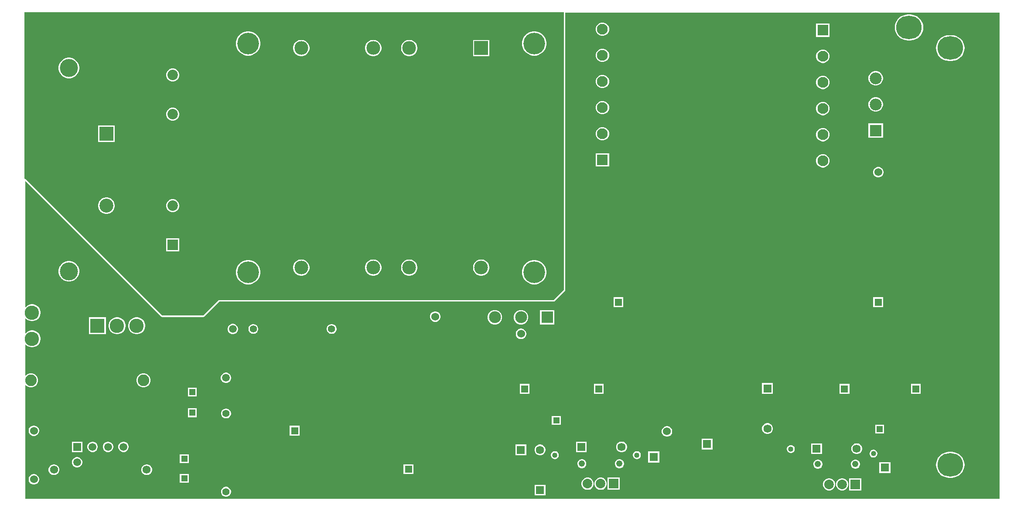
<source format=gtl>
G04*
G04 #@! TF.GenerationSoftware,Altium Limited,Altium Designer,23.3.1 (30)*
G04*
G04 Layer_Physical_Order=1*
G04 Layer_Color=255*
%FSLAX25Y25*%
%MOIN*%
G70*
G04*
G04 #@! TF.SameCoordinates,6D9CB1A0-9692-42E5-B266-BE6C9D8843E2*
G04*
G04*
G04 #@! TF.FilePolarity,Positive*
G04*
G01*
G75*
%ADD61C,0.08268*%
%ADD62R,0.08268X0.08268*%
%ADD63C,0.05543*%
%ADD64O,0.19685X0.17717*%
%ADD65C,0.06496*%
%ADD66R,0.06496X0.06496*%
%ADD67C,0.04000*%
%ADD68C,0.10630*%
%ADD69R,0.10630X0.10630*%
%ADD70C,0.13780*%
%ADD71C,0.06024*%
%ADD72C,0.09095*%
%ADD73R,0.09095X0.09095*%
%ADD74C,0.06260*%
%ADD75R,0.06260X0.06260*%
%ADD76C,0.05512*%
%ADD77R,0.05512X0.05512*%
%ADD78R,0.05512X0.05512*%
%ADD79R,0.06260X0.06260*%
%ADD80C,0.04874*%
%ADD81C,0.07323*%
%ADD82R,0.07323X0.07323*%
%ADD83C,0.04756*%
%ADD84R,0.04756X0.04756*%
%ADD85C,0.16600*%
%ADD86C,0.10500*%
%ADD87R,0.10500X0.10500*%
%ADD88R,0.09095X0.09095*%
%ADD89C,0.08858*%
%ADD90R,0.04756X0.04756*%
%ADD91C,0.10925*%
%ADD92R,0.10925X0.10925*%
%ADD93O,0.27559X0.17717*%
%ADD94R,0.05937X0.05937*%
%ADD95C,0.05937*%
%ADD96R,0.05937X0.05937*%
%ADD97C,0.06181*%
%ADD98C,0.05925*%
%ADD99R,0.05925X0.05925*%
%ADD100R,0.07992X0.07992*%
%ADD101C,0.07992*%
%ADD102C,0.04331*%
G36*
X413386Y161417D02*
X405512Y153543D01*
X149606D01*
X137795Y141732D01*
X106299D01*
X984Y247047D01*
Y374016D01*
X413386D01*
X413386Y161417D01*
D02*
G37*
G36*
X746502Y1529D02*
X1529D01*
Y88418D01*
X2029Y88625D01*
X2736Y87919D01*
X3974Y87204D01*
X5355Y86834D01*
X6785D01*
X8165Y87204D01*
X9403Y87919D01*
X10414Y88929D01*
X11129Y90167D01*
X11499Y91548D01*
Y92978D01*
X11129Y94359D01*
X10414Y95597D01*
X9403Y96607D01*
X8165Y97322D01*
X6785Y97692D01*
X5355D01*
X3974Y97322D01*
X2736Y96607D01*
X2029Y95901D01*
X1529Y96108D01*
Y119402D01*
X2029Y119609D01*
X2718Y118920D01*
X3776Y118213D01*
X4952Y117726D01*
X6201Y117478D01*
X7474D01*
X8723Y117726D01*
X9899Y118213D01*
X10957Y118920D01*
X11857Y119821D01*
X12565Y120879D01*
X13052Y122055D01*
X13300Y123304D01*
Y124577D01*
X13052Y125825D01*
X12565Y127001D01*
X11857Y128060D01*
X10957Y128960D01*
X9899Y129667D01*
X8723Y130155D01*
X7474Y130403D01*
X6201D01*
X4952Y130155D01*
X3776Y129667D01*
X2718Y128960D01*
X2029Y128272D01*
X1529Y128479D01*
Y139402D01*
X2029Y139609D01*
X2718Y138920D01*
X3776Y138213D01*
X4952Y137726D01*
X6201Y137478D01*
X7474D01*
X8723Y137726D01*
X9899Y138213D01*
X10957Y138920D01*
X11857Y139821D01*
X12565Y140879D01*
X13052Y142055D01*
X13300Y143304D01*
Y144577D01*
X13052Y145825D01*
X12565Y147001D01*
X11857Y148060D01*
X10957Y148960D01*
X9899Y149667D01*
X8723Y150154D01*
X7474Y150403D01*
X6201D01*
X4952Y150154D01*
X3776Y149667D01*
X2718Y148960D01*
X2029Y148272D01*
X1529Y148479D01*
Y244407D01*
X1991Y244598D01*
X105578Y141011D01*
X105909Y140790D01*
X106299Y140713D01*
X137795D01*
X138185Y140790D01*
X138516Y141011D01*
X150029Y152524D01*
X405512D01*
X405902Y152601D01*
X406233Y152822D01*
X414107Y160696D01*
X414328Y161027D01*
X414405Y161417D01*
X414405Y373471D01*
X746502D01*
Y1529D01*
D02*
G37*
%LPC*%
G36*
X391614Y359257D02*
X389783D01*
X387986Y358899D01*
X386293Y358198D01*
X384770Y357181D01*
X383475Y355885D01*
X382457Y354362D01*
X381756Y352669D01*
X381398Y350873D01*
Y349041D01*
X381756Y347244D01*
X382457Y345551D01*
X383475Y344028D01*
X384770Y342733D01*
X386293Y341715D01*
X387986Y341014D01*
X389783Y340657D01*
X391614D01*
X393411Y341014D01*
X395104Y341715D01*
X396627Y342733D01*
X397922Y344028D01*
X398940Y345551D01*
X399641Y347244D01*
X399998Y349041D01*
Y350873D01*
X399641Y352669D01*
X398940Y354362D01*
X397922Y355885D01*
X396627Y357181D01*
X395104Y358198D01*
X393411Y358899D01*
X391614Y359257D01*
D02*
G37*
G36*
X172914D02*
X171082D01*
X169286Y358899D01*
X167593Y358198D01*
X166070Y357181D01*
X164775Y355885D01*
X163757Y354362D01*
X163056Y352669D01*
X162698Y350873D01*
Y349041D01*
X163056Y347244D01*
X163757Y345551D01*
X164775Y344028D01*
X166070Y342733D01*
X167593Y341715D01*
X169286Y341014D01*
X171082Y340657D01*
X172914D01*
X174711Y341014D01*
X176404Y341715D01*
X177927Y342733D01*
X179222Y344028D01*
X180240Y345551D01*
X180941Y347244D01*
X181298Y349041D01*
Y350873D01*
X180941Y352669D01*
X180240Y354362D01*
X179222Y355885D01*
X177927Y357181D01*
X176404Y358198D01*
X174711Y358899D01*
X172914Y359257D01*
D02*
G37*
G36*
X356348Y352707D02*
X343848D01*
Y340207D01*
X356348D01*
Y352707D01*
D02*
G37*
G36*
X295714D02*
X294483D01*
X293275Y352467D01*
X292138Y351995D01*
X291114Y351311D01*
X290244Y350441D01*
X289560Y349417D01*
X289089Y348280D01*
X288848Y347072D01*
Y345841D01*
X289089Y344634D01*
X289560Y343496D01*
X290244Y342473D01*
X291114Y341602D01*
X292138Y340918D01*
X293275Y340447D01*
X294483Y340207D01*
X295714D01*
X296921Y340447D01*
X298059Y340918D01*
X299083Y341602D01*
X299953Y342473D01*
X300637Y343496D01*
X301108Y344634D01*
X301348Y345841D01*
Y347072D01*
X301108Y348280D01*
X300637Y349417D01*
X299953Y350441D01*
X299083Y351311D01*
X298059Y351995D01*
X296921Y352467D01*
X295714Y352707D01*
D02*
G37*
G36*
X268214D02*
X266983D01*
X265775Y352467D01*
X264638Y351995D01*
X263614Y351311D01*
X262744Y350441D01*
X262060Y349417D01*
X261589Y348280D01*
X261348Y347072D01*
Y345841D01*
X261589Y344634D01*
X262060Y343496D01*
X262744Y342473D01*
X263614Y341602D01*
X264638Y340918D01*
X265775Y340447D01*
X266983Y340207D01*
X268214D01*
X269422Y340447D01*
X270559Y340918D01*
X271583Y341602D01*
X272453Y342473D01*
X273137Y343496D01*
X273608Y344634D01*
X273848Y345841D01*
Y347072D01*
X273608Y348280D01*
X273137Y349417D01*
X272453Y350441D01*
X271583Y351311D01*
X270559Y351995D01*
X269422Y352467D01*
X268214Y352707D01*
D02*
G37*
G36*
X213214D02*
X211983D01*
X210775Y352467D01*
X209638Y351995D01*
X208614Y351311D01*
X207744Y350441D01*
X207060Y349417D01*
X206589Y348280D01*
X206348Y347072D01*
Y345841D01*
X206589Y344634D01*
X207060Y343496D01*
X207744Y342473D01*
X208614Y341602D01*
X209638Y340918D01*
X210775Y340447D01*
X211983Y340207D01*
X213214D01*
X214422Y340447D01*
X215559Y340918D01*
X216583Y341602D01*
X217453Y342473D01*
X218137Y343496D01*
X218608Y344634D01*
X218848Y345841D01*
Y347072D01*
X218608Y348280D01*
X218137Y349417D01*
X217453Y350441D01*
X216583Y351311D01*
X215559Y351995D01*
X214422Y352467D01*
X213214Y352707D01*
D02*
G37*
G36*
X35766Y339051D02*
X34212D01*
X32687Y338748D01*
X31252Y338153D01*
X29959Y337289D01*
X28860Y336190D01*
X27997Y334898D01*
X27402Y333462D01*
X27099Y331938D01*
Y330384D01*
X27402Y328860D01*
X27997Y327424D01*
X28860Y326132D01*
X29959Y325033D01*
X31252Y324169D01*
X32687Y323574D01*
X34212Y323271D01*
X35766D01*
X37290Y323574D01*
X38726Y324169D01*
X40018Y325033D01*
X41117Y326132D01*
X41981Y327424D01*
X42575Y328860D01*
X42878Y330384D01*
Y331938D01*
X42575Y333462D01*
X41981Y334898D01*
X41117Y336190D01*
X40018Y337289D01*
X38726Y338153D01*
X37290Y338748D01*
X35766Y339051D01*
D02*
G37*
G36*
X114936Y330772D02*
X113620D01*
X112350Y330432D01*
X111210Y329774D01*
X110280Y328844D01*
X109622Y327705D01*
X109282Y326434D01*
Y325118D01*
X109622Y323848D01*
X110280Y322708D01*
X111210Y321778D01*
X112350Y321121D01*
X113620Y320780D01*
X114936D01*
X116206Y321121D01*
X117346Y321778D01*
X118276Y322708D01*
X118934Y323848D01*
X119274Y325118D01*
Y326434D01*
X118934Y327705D01*
X118276Y328844D01*
X117346Y329774D01*
X116206Y330432D01*
X114936Y330772D01*
D02*
G37*
G36*
Y300772D02*
X113620D01*
X112350Y300432D01*
X111210Y299774D01*
X110280Y298844D01*
X109622Y297705D01*
X109282Y296434D01*
Y295118D01*
X109622Y293848D01*
X110280Y292708D01*
X111210Y291778D01*
X112350Y291121D01*
X113620Y290780D01*
X114936D01*
X116206Y291121D01*
X117346Y291778D01*
X118276Y292708D01*
X118934Y293848D01*
X119274Y295118D01*
Y296434D01*
X118934Y297705D01*
X118276Y298844D01*
X117346Y299774D01*
X116206Y300432D01*
X114936Y300772D01*
D02*
G37*
G36*
X70044Y287279D02*
X57414D01*
Y274649D01*
X70044D01*
Y287279D01*
D02*
G37*
G36*
X114936Y230772D02*
X113620D01*
X112350Y230432D01*
X111210Y229774D01*
X110280Y228844D01*
X109622Y227705D01*
X109282Y226434D01*
Y225118D01*
X109622Y223848D01*
X110280Y222708D01*
X111210Y221778D01*
X112350Y221121D01*
X113620Y220780D01*
X114936D01*
X116206Y221121D01*
X117346Y221778D01*
X118276Y222708D01*
X118934Y223848D01*
X119274Y225118D01*
Y226434D01*
X118934Y227705D01*
X118276Y228844D01*
X117346Y229774D01*
X116206Y230432D01*
X114936Y230772D01*
D02*
G37*
G36*
X64351Y232161D02*
X63107D01*
X61887Y231918D01*
X60738Y231442D01*
X59703Y230751D01*
X58824Y229872D01*
X58133Y228837D01*
X57657Y227688D01*
X57414Y226468D01*
Y225224D01*
X57657Y224004D01*
X58133Y222855D01*
X58824Y221820D01*
X59703Y220941D01*
X60738Y220250D01*
X61887Y219774D01*
X63107Y219531D01*
X64351D01*
X65571Y219774D01*
X66720Y220250D01*
X67755Y220941D01*
X68634Y221820D01*
X69325Y222855D01*
X69801Y224004D01*
X70044Y225224D01*
Y226468D01*
X69801Y227688D01*
X69325Y228837D01*
X68634Y229872D01*
X67755Y230751D01*
X66720Y231442D01*
X65571Y231918D01*
X64351Y232161D01*
D02*
G37*
G36*
X119274Y200772D02*
X109282D01*
Y190780D01*
X119274D01*
Y200772D01*
D02*
G37*
G36*
X350714Y184707D02*
X349483D01*
X348275Y184467D01*
X347138Y183995D01*
X346114Y183311D01*
X345244Y182441D01*
X344560Y181417D01*
X344089Y180280D01*
X343848Y179072D01*
Y177841D01*
X344089Y176634D01*
X344560Y175496D01*
X345244Y174473D01*
X346114Y173602D01*
X347138Y172918D01*
X348275Y172447D01*
X349483Y172207D01*
X350714D01*
X351922Y172447D01*
X353059Y172918D01*
X354083Y173602D01*
X354953Y174473D01*
X355637Y175496D01*
X356108Y176634D01*
X356348Y177841D01*
Y179072D01*
X356108Y180280D01*
X355637Y181417D01*
X354953Y182441D01*
X354083Y183311D01*
X353059Y183995D01*
X351922Y184467D01*
X350714Y184707D01*
D02*
G37*
G36*
X295714D02*
X294483D01*
X293275Y184467D01*
X292138Y183995D01*
X291114Y183311D01*
X290244Y182441D01*
X289560Y181417D01*
X289089Y180280D01*
X288848Y179072D01*
Y177841D01*
X289089Y176634D01*
X289560Y175496D01*
X290244Y174473D01*
X291114Y173602D01*
X292138Y172918D01*
X293275Y172447D01*
X294483Y172207D01*
X295714D01*
X296921Y172447D01*
X298059Y172918D01*
X299083Y173602D01*
X299953Y174473D01*
X300637Y175496D01*
X301108Y176634D01*
X301348Y177841D01*
Y179072D01*
X301108Y180280D01*
X300637Y181417D01*
X299953Y182441D01*
X299083Y183311D01*
X298059Y183995D01*
X296921Y184467D01*
X295714Y184707D01*
D02*
G37*
G36*
X268214D02*
X266983D01*
X265775Y184467D01*
X264638Y183995D01*
X263614Y183311D01*
X262744Y182441D01*
X262060Y181417D01*
X261589Y180280D01*
X261348Y179072D01*
Y177841D01*
X261589Y176634D01*
X262060Y175496D01*
X262744Y174473D01*
X263614Y173602D01*
X264638Y172918D01*
X265775Y172447D01*
X266983Y172207D01*
X268214D01*
X269422Y172447D01*
X270559Y172918D01*
X271583Y173602D01*
X272453Y174473D01*
X273137Y175496D01*
X273608Y176634D01*
X273848Y177841D01*
Y179072D01*
X273608Y180280D01*
X273137Y181417D01*
X272453Y182441D01*
X271583Y183311D01*
X270559Y183995D01*
X269422Y184467D01*
X268214Y184707D01*
D02*
G37*
G36*
X213214D02*
X211983D01*
X210775Y184467D01*
X209638Y183995D01*
X208614Y183311D01*
X207744Y182441D01*
X207060Y181417D01*
X206589Y180280D01*
X206348Y179072D01*
Y177841D01*
X206589Y176634D01*
X207060Y175496D01*
X207744Y174473D01*
X208614Y173602D01*
X209638Y172918D01*
X210775Y172447D01*
X211983Y172207D01*
X213214D01*
X214422Y172447D01*
X215559Y172918D01*
X216583Y173602D01*
X217453Y174473D01*
X218137Y175496D01*
X218608Y176634D01*
X218848Y177841D01*
Y179072D01*
X218608Y180280D01*
X218137Y181417D01*
X217453Y182441D01*
X216583Y183311D01*
X215559Y183995D01*
X214422Y184467D01*
X213214Y184707D01*
D02*
G37*
G36*
X391614Y184257D02*
X389783D01*
X387986Y183899D01*
X386293Y183198D01*
X384770Y182181D01*
X383475Y180885D01*
X382457Y179362D01*
X381756Y177669D01*
X381398Y175873D01*
Y174041D01*
X381756Y172244D01*
X382457Y170552D01*
X383475Y169028D01*
X384770Y167733D01*
X386293Y166715D01*
X387986Y166014D01*
X389783Y165657D01*
X391614D01*
X393411Y166014D01*
X395104Y166715D01*
X396627Y167733D01*
X397922Y169028D01*
X398940Y170552D01*
X399641Y172244D01*
X399998Y174041D01*
Y175873D01*
X399641Y177669D01*
X398940Y179362D01*
X397922Y180885D01*
X396627Y182181D01*
X395104Y183198D01*
X393411Y183899D01*
X391614Y184257D01*
D02*
G37*
G36*
X172914D02*
X171082D01*
X169286Y183899D01*
X167593Y183198D01*
X166070Y182181D01*
X164775Y180885D01*
X163757Y179362D01*
X163056Y177669D01*
X162698Y175873D01*
Y174041D01*
X163056Y172244D01*
X163757Y170552D01*
X164775Y169028D01*
X166070Y167733D01*
X167593Y166715D01*
X169286Y166014D01*
X171082Y165657D01*
X172914D01*
X174711Y166014D01*
X176404Y166715D01*
X177927Y167733D01*
X179222Y169028D01*
X180240Y170552D01*
X180941Y172244D01*
X181298Y174041D01*
Y175873D01*
X180941Y177669D01*
X180240Y179362D01*
X179222Y180885D01*
X177927Y182181D01*
X176404Y183198D01*
X174711Y183899D01*
X172914Y184257D01*
D02*
G37*
G36*
X443485Y366025D02*
X442134D01*
X440828Y365676D01*
X439657Y365000D01*
X438701Y364044D01*
X438026Y362873D01*
X437676Y361567D01*
Y360216D01*
X438026Y358910D01*
X438701Y357739D01*
X439657Y356784D01*
X440828Y356108D01*
X442134Y355758D01*
X443485D01*
X444791Y356108D01*
X445962Y356784D01*
X446918Y357739D01*
X447593Y358910D01*
X447943Y360216D01*
Y361567D01*
X447593Y362873D01*
X446918Y364044D01*
X445962Y365000D01*
X444791Y365676D01*
X443485Y366025D01*
D02*
G37*
G36*
X616331Y365315D02*
X606063D01*
Y355047D01*
X616331D01*
Y365315D01*
D02*
G37*
G36*
X678150Y372111D02*
X676181D01*
X674249Y371920D01*
X672390Y371357D01*
X670678Y370441D01*
X669176Y369209D01*
X667945Y367708D01*
X667029Y365996D01*
X666466Y364137D01*
X666275Y362205D01*
X666466Y360272D01*
X667029Y358414D01*
X667945Y356701D01*
X669176Y355200D01*
X670678Y353968D01*
X672390Y353053D01*
X674249Y352489D01*
X676181Y352299D01*
X678150D01*
X680082Y352489D01*
X681940Y353053D01*
X683653Y353968D01*
X685154Y355200D01*
X686386Y356701D01*
X687301Y358414D01*
X687865Y360272D01*
X688056Y362205D01*
X687865Y364137D01*
X687301Y365996D01*
X686386Y367708D01*
X685154Y369209D01*
X683653Y370441D01*
X681940Y371357D01*
X680082Y371920D01*
X678150Y372111D01*
D02*
G37*
G36*
X709646Y356363D02*
X707677D01*
X705745Y356172D01*
X703886Y355609D01*
X702174Y354693D01*
X700673Y353461D01*
X699441Y351960D01*
X698525Y350248D01*
X697962Y348389D01*
X697771Y346457D01*
X697962Y344524D01*
X698525Y342666D01*
X699441Y340953D01*
X700673Y339452D01*
X702174Y338220D01*
X703886Y337305D01*
X705745Y336741D01*
X707677Y336551D01*
X709646D01*
X711578Y336741D01*
X713437Y337305D01*
X715149Y338220D01*
X716650Y339452D01*
X717882Y340953D01*
X718798Y342666D01*
X719361Y344524D01*
X719552Y346457D01*
X719361Y348389D01*
X718798Y350248D01*
X717882Y351960D01*
X716650Y353461D01*
X715149Y354693D01*
X713437Y355609D01*
X711578Y356172D01*
X709646Y356363D01*
D02*
G37*
G36*
X443485Y346025D02*
X442134D01*
X440828Y345676D01*
X439657Y345000D01*
X438701Y344044D01*
X438026Y342873D01*
X437676Y341567D01*
Y340216D01*
X438026Y338910D01*
X438701Y337739D01*
X439657Y336784D01*
X440828Y336108D01*
X442134Y335758D01*
X443485D01*
X444791Y336108D01*
X445962Y336784D01*
X446918Y337739D01*
X447593Y338910D01*
X447943Y340216D01*
Y341567D01*
X447593Y342873D01*
X446918Y344044D01*
X445962Y345000D01*
X444791Y345676D01*
X443485Y346025D01*
D02*
G37*
G36*
X611873Y345315D02*
X610521D01*
X609216Y344965D01*
X608045Y344289D01*
X607089Y343333D01*
X606413Y342163D01*
X606063Y340857D01*
Y339505D01*
X606413Y338199D01*
X607089Y337029D01*
X608045Y336073D01*
X609216Y335397D01*
X610521Y335047D01*
X611873D01*
X613179Y335397D01*
X614349Y336073D01*
X615305Y337029D01*
X615981Y338199D01*
X616331Y339505D01*
Y340857D01*
X615981Y342163D01*
X615305Y343333D01*
X614349Y344289D01*
X613179Y344965D01*
X611873Y345315D01*
D02*
G37*
G36*
X652400Y328840D02*
X650939D01*
X649528Y328462D01*
X648264Y327732D01*
X647231Y326699D01*
X646500Y325434D01*
X646122Y324023D01*
Y322563D01*
X646500Y321152D01*
X647231Y319887D01*
X648264Y318854D01*
X649528Y318124D01*
X650939Y317746D01*
X652400D01*
X653811Y318124D01*
X655076Y318854D01*
X656109Y319887D01*
X656839Y321152D01*
X657217Y322563D01*
Y324023D01*
X656839Y325434D01*
X656109Y326699D01*
X655076Y327732D01*
X653811Y328462D01*
X652400Y328840D01*
D02*
G37*
G36*
X443485Y326025D02*
X442134D01*
X440828Y325676D01*
X439657Y325000D01*
X438701Y324044D01*
X438026Y322873D01*
X437676Y321568D01*
Y320216D01*
X438026Y318910D01*
X438701Y317739D01*
X439657Y316783D01*
X440828Y316108D01*
X442134Y315758D01*
X443485D01*
X444791Y316108D01*
X445962Y316783D01*
X446918Y317739D01*
X447593Y318910D01*
X447943Y320216D01*
Y321568D01*
X447593Y322873D01*
X446918Y324044D01*
X445962Y325000D01*
X444791Y325676D01*
X443485Y326025D01*
D02*
G37*
G36*
X611873Y325315D02*
X610521D01*
X609216Y324965D01*
X608045Y324289D01*
X607089Y323333D01*
X606413Y322163D01*
X606063Y320857D01*
Y319505D01*
X606413Y318199D01*
X607089Y317029D01*
X608045Y316073D01*
X609216Y315397D01*
X610521Y315047D01*
X611873D01*
X613179Y315397D01*
X614349Y316073D01*
X615305Y317029D01*
X615981Y318199D01*
X616331Y319505D01*
Y320857D01*
X615981Y322163D01*
X615305Y323333D01*
X614349Y324289D01*
X613179Y324965D01*
X611873Y325315D01*
D02*
G37*
G36*
X652400Y308840D02*
X650939D01*
X649528Y308462D01*
X648264Y307732D01*
X647231Y306699D01*
X646500Y305434D01*
X646122Y304023D01*
Y302563D01*
X646500Y301152D01*
X647231Y299887D01*
X648264Y298854D01*
X649528Y298124D01*
X650939Y297746D01*
X652400D01*
X653811Y298124D01*
X655076Y298854D01*
X656109Y299887D01*
X656839Y301152D01*
X657217Y302563D01*
Y304023D01*
X656839Y305434D01*
X656109Y306699D01*
X655076Y307732D01*
X653811Y308462D01*
X652400Y308840D01*
D02*
G37*
G36*
X443485Y306025D02*
X442134D01*
X440828Y305676D01*
X439657Y305000D01*
X438701Y304044D01*
X438026Y302873D01*
X437676Y301568D01*
Y300216D01*
X438026Y298910D01*
X438701Y297739D01*
X439657Y296783D01*
X440828Y296108D01*
X442134Y295758D01*
X443485D01*
X444791Y296108D01*
X445962Y296783D01*
X446918Y297739D01*
X447593Y298910D01*
X447943Y300216D01*
Y301568D01*
X447593Y302873D01*
X446918Y304044D01*
X445962Y305000D01*
X444791Y305676D01*
X443485Y306025D01*
D02*
G37*
G36*
X611873Y305315D02*
X610521D01*
X609216Y304965D01*
X608045Y304289D01*
X607089Y303333D01*
X606413Y302163D01*
X606063Y300857D01*
Y299505D01*
X606413Y298199D01*
X607089Y297029D01*
X608045Y296073D01*
X609216Y295397D01*
X610521Y295047D01*
X611873D01*
X613179Y295397D01*
X614349Y296073D01*
X615305Y297029D01*
X615981Y298199D01*
X616331Y299505D01*
Y300857D01*
X615981Y302163D01*
X615305Y303333D01*
X614349Y304289D01*
X613179Y304965D01*
X611873Y305315D01*
D02*
G37*
G36*
X657217Y288840D02*
X646122D01*
Y277746D01*
X657217D01*
Y288840D01*
D02*
G37*
G36*
X443485Y286025D02*
X442134D01*
X440828Y285676D01*
X439657Y285000D01*
X438701Y284044D01*
X438026Y282873D01*
X437676Y281568D01*
Y280216D01*
X438026Y278910D01*
X438701Y277739D01*
X439657Y276783D01*
X440828Y276108D01*
X442134Y275758D01*
X443485D01*
X444791Y276108D01*
X445962Y276783D01*
X446918Y277739D01*
X447593Y278910D01*
X447943Y280216D01*
Y281568D01*
X447593Y282873D01*
X446918Y284044D01*
X445962Y285000D01*
X444791Y285676D01*
X443485Y286025D01*
D02*
G37*
G36*
X611873Y285315D02*
X610521D01*
X609216Y284965D01*
X608045Y284289D01*
X607089Y283333D01*
X606413Y282163D01*
X606063Y280857D01*
Y279505D01*
X606413Y278199D01*
X607089Y277029D01*
X608045Y276073D01*
X609216Y275397D01*
X610521Y275047D01*
X611873D01*
X613179Y275397D01*
X614349Y276073D01*
X615305Y277029D01*
X615981Y278199D01*
X616331Y279505D01*
Y280857D01*
X615981Y282163D01*
X615305Y283333D01*
X614349Y284289D01*
X613179Y284965D01*
X611873Y285315D01*
D02*
G37*
G36*
X447943Y266025D02*
X437676D01*
Y255758D01*
X447943D01*
Y266025D01*
D02*
G37*
G36*
X611873Y265315D02*
X610521D01*
X609216Y264965D01*
X608045Y264289D01*
X607089Y263333D01*
X606413Y262163D01*
X606063Y260857D01*
Y259505D01*
X606413Y258199D01*
X607089Y257029D01*
X608045Y256073D01*
X609216Y255397D01*
X610521Y255047D01*
X611873D01*
X613179Y255397D01*
X614349Y256073D01*
X615305Y257029D01*
X615981Y258199D01*
X616331Y259505D01*
Y260857D01*
X615981Y262163D01*
X615305Y263333D01*
X614349Y264289D01*
X613179Y264965D01*
X611873Y265315D01*
D02*
G37*
G36*
X654168Y255479D02*
X653112D01*
X652092Y255206D01*
X651177Y254678D01*
X650430Y253931D01*
X649902Y253016D01*
X649628Y251995D01*
Y250939D01*
X649902Y249919D01*
X650430Y249004D01*
X651177Y248257D01*
X652092Y247729D01*
X653112Y247455D01*
X654168D01*
X655189Y247729D01*
X656104Y248257D01*
X656850Y249004D01*
X657379Y249919D01*
X657652Y250939D01*
Y251995D01*
X657379Y253016D01*
X656850Y253931D01*
X656104Y254678D01*
X655189Y255206D01*
X654168Y255479D01*
D02*
G37*
G36*
X35766Y183539D02*
X34212D01*
X32687Y183236D01*
X31252Y182641D01*
X29959Y181778D01*
X28860Y180679D01*
X27997Y179386D01*
X27402Y177951D01*
X27099Y176426D01*
Y174872D01*
X27402Y173348D01*
X27997Y171912D01*
X28860Y170620D01*
X29959Y169521D01*
X31252Y168657D01*
X32687Y168063D01*
X34212Y167759D01*
X35766D01*
X37290Y168063D01*
X38726Y168657D01*
X40018Y169521D01*
X41117Y170620D01*
X41981Y171912D01*
X42575Y173348D01*
X42878Y174872D01*
Y176426D01*
X42575Y177951D01*
X41981Y179386D01*
X41117Y180679D01*
X40018Y181778D01*
X38726Y182641D01*
X37290Y183236D01*
X35766Y183539D01*
D02*
G37*
G36*
X657299Y155725D02*
X649787D01*
Y148214D01*
X657299D01*
Y155725D01*
D02*
G37*
G36*
X458705D02*
X451193D01*
Y148214D01*
X458705D01*
Y155725D01*
D02*
G37*
G36*
X315541Y144937D02*
X314485D01*
X313464Y144664D01*
X312549Y144136D01*
X311803Y143389D01*
X311274Y142474D01*
X311001Y141454D01*
Y140397D01*
X311274Y139377D01*
X311803Y138462D01*
X312549Y137715D01*
X313464Y137187D01*
X314485Y136914D01*
X315541D01*
X316561Y137187D01*
X317476Y137715D01*
X318223Y138462D01*
X318751Y139377D01*
X319024Y140397D01*
Y141454D01*
X318751Y142474D01*
X318223Y143389D01*
X317476Y144136D01*
X316561Y144664D01*
X315541Y144937D01*
D02*
G37*
G36*
X406109Y146020D02*
X395014D01*
Y134926D01*
X406109D01*
Y146020D01*
D02*
G37*
G36*
X381292D02*
X379831D01*
X378420Y145642D01*
X377155Y144912D01*
X376122Y143879D01*
X375392Y142614D01*
X375014Y141203D01*
Y139743D01*
X375392Y138332D01*
X376122Y137067D01*
X377155Y136034D01*
X378420Y135304D01*
X379831Y134926D01*
X381292D01*
X382702Y135304D01*
X383967Y136034D01*
X385000Y137067D01*
X385731Y138332D01*
X386109Y139743D01*
Y141203D01*
X385731Y142614D01*
X385000Y143879D01*
X383967Y144912D01*
X382702Y145642D01*
X381292Y146020D01*
D02*
G37*
G36*
X361292D02*
X359831D01*
X358420Y145642D01*
X357155Y144912D01*
X356122Y143879D01*
X355392Y142614D01*
X355014Y141203D01*
Y139743D01*
X355392Y138332D01*
X356122Y137067D01*
X357155Y136034D01*
X358420Y135304D01*
X359831Y134926D01*
X361292D01*
X362702Y135304D01*
X363967Y136034D01*
X365000Y137067D01*
X365731Y138332D01*
X366109Y139743D01*
Y141203D01*
X365731Y142614D01*
X365000Y143879D01*
X363967Y144912D01*
X362702Y145642D01*
X361292Y146020D01*
D02*
G37*
G36*
X236335Y135294D02*
X235342D01*
X234382Y135037D01*
X233522Y134540D01*
X232820Y133838D01*
X232324Y132978D01*
X232066Y132019D01*
Y131026D01*
X232324Y130067D01*
X232820Y129206D01*
X233522Y128504D01*
X234382Y128008D01*
X235342Y127751D01*
X236335D01*
X237294Y128008D01*
X238154Y128504D01*
X238856Y129206D01*
X239353Y130067D01*
X239610Y131026D01*
Y132019D01*
X239353Y132978D01*
X238856Y133838D01*
X238154Y134540D01*
X237294Y135037D01*
X236335Y135294D01*
D02*
G37*
G36*
X176492D02*
X175499D01*
X174540Y135037D01*
X173680Y134540D01*
X172978Y133838D01*
X172481Y132978D01*
X172224Y132019D01*
Y131026D01*
X172481Y130067D01*
X172978Y129206D01*
X173680Y128504D01*
X174540Y128008D01*
X175499Y127751D01*
X176492D01*
X177451Y128008D01*
X178312Y128504D01*
X179014Y129206D01*
X179510Y130067D01*
X179767Y131026D01*
Y132019D01*
X179510Y132978D01*
X179014Y133838D01*
X178312Y134540D01*
X177451Y135037D01*
X176492Y135294D01*
D02*
G37*
G36*
X87474Y140403D02*
X86201D01*
X84952Y140155D01*
X83776Y139667D01*
X82718Y138960D01*
X81818Y138060D01*
X81110Y137001D01*
X80623Y135825D01*
X80375Y134577D01*
Y133304D01*
X80623Y132055D01*
X81110Y130879D01*
X81818Y129821D01*
X82718Y128920D01*
X83776Y128213D01*
X84952Y127726D01*
X86201Y127478D01*
X87474D01*
X88723Y127726D01*
X89899Y128213D01*
X90957Y128920D01*
X91857Y129821D01*
X92565Y130879D01*
X93052Y132055D01*
X93300Y133304D01*
Y134577D01*
X93052Y135825D01*
X92565Y137001D01*
X91857Y138060D01*
X90957Y138960D01*
X89899Y139667D01*
X88723Y140155D01*
X87474Y140403D01*
D02*
G37*
G36*
X72474D02*
X71201D01*
X69952Y140155D01*
X68776Y139667D01*
X67718Y138960D01*
X66818Y138060D01*
X66110Y137001D01*
X65623Y135825D01*
X65375Y134577D01*
Y133304D01*
X65623Y132055D01*
X66110Y130879D01*
X66818Y129821D01*
X67718Y128920D01*
X68776Y128213D01*
X69952Y127726D01*
X71201Y127478D01*
X72474D01*
X73723Y127726D01*
X74899Y128213D01*
X75957Y128920D01*
X76857Y129821D01*
X77565Y130879D01*
X78052Y132055D01*
X78300Y133304D01*
Y134577D01*
X78052Y135825D01*
X77565Y137001D01*
X76857Y138060D01*
X75957Y138960D01*
X74899Y139667D01*
X73723Y140155D01*
X72474Y140403D01*
D02*
G37*
G36*
X63300D02*
X50375D01*
Y127478D01*
X63300D01*
Y140403D01*
D02*
G37*
G36*
X160813Y135384D02*
X159768D01*
X158759Y135114D01*
X157854Y134591D01*
X157115Y133853D01*
X156592Y132948D01*
X156322Y131938D01*
Y130893D01*
X156592Y129884D01*
X157115Y128979D01*
X157854Y128240D01*
X158759Y127718D01*
X159768Y127447D01*
X160813D01*
X161822Y127718D01*
X162727Y128240D01*
X163466Y128979D01*
X163988Y129884D01*
X164259Y130893D01*
Y131938D01*
X163988Y132948D01*
X163466Y133853D01*
X162727Y134591D01*
X161822Y135114D01*
X160813Y135384D01*
D02*
G37*
G36*
X381096Y131791D02*
X380040D01*
X379019Y131517D01*
X378104Y130989D01*
X377357Y130242D01*
X376829Y129327D01*
X376556Y128307D01*
Y127251D01*
X376829Y126230D01*
X377357Y125315D01*
X378104Y124569D01*
X379019Y124040D01*
X380040Y123767D01*
X381096D01*
X382116Y124040D01*
X383031Y124569D01*
X383778Y125315D01*
X384306Y126230D01*
X384579Y127251D01*
Y128307D01*
X384306Y129327D01*
X383778Y130242D01*
X383031Y130989D01*
X382116Y131517D01*
X381096Y131791D01*
D02*
G37*
G36*
X155571Y98063D02*
X154526D01*
X153516Y97792D01*
X152611Y97270D01*
X151873Y96531D01*
X151350Y95626D01*
X151080Y94617D01*
Y93572D01*
X151350Y92562D01*
X151873Y91657D01*
X152611Y90918D01*
X153516Y90396D01*
X154526Y90126D01*
X155571D01*
X156580Y90396D01*
X157485Y90918D01*
X158224Y91657D01*
X158746Y92562D01*
X159017Y93572D01*
Y94617D01*
X158746Y95626D01*
X158224Y96531D01*
X157485Y97270D01*
X156580Y97792D01*
X155571Y98063D01*
D02*
G37*
G36*
X92769Y97692D02*
X91339D01*
X89958Y97322D01*
X88720Y96607D01*
X87710Y95597D01*
X86995Y94359D01*
X86625Y92978D01*
Y91548D01*
X86995Y90167D01*
X87710Y88929D01*
X88720Y87919D01*
X89958Y87204D01*
X91339Y86834D01*
X92769D01*
X94150Y87204D01*
X95388Y87919D01*
X96398Y88929D01*
X97113Y90167D01*
X97483Y91548D01*
Y92978D01*
X97113Y94359D01*
X96398Y95597D01*
X95388Y96607D01*
X94150Y97322D01*
X92769Y97692D01*
D02*
G37*
G36*
X573082Y90177D02*
X564823D01*
Y81917D01*
X573082D01*
Y90177D01*
D02*
G37*
G36*
X686097Y89397D02*
X678585D01*
Y81885D01*
X686097D01*
Y89397D01*
D02*
G37*
G36*
X631561D02*
X624050D01*
Y81885D01*
X631561D01*
Y89397D01*
D02*
G37*
G36*
X443794D02*
X436283D01*
Y81885D01*
X443794D01*
Y89397D01*
D02*
G37*
G36*
X387153D02*
X379641D01*
Y81885D01*
X387153D01*
Y89397D01*
D02*
G37*
G36*
X132784Y86509D02*
X126028D01*
Y79753D01*
X132784D01*
Y86509D01*
D02*
G37*
G36*
X132704Y70789D02*
X125949D01*
Y64033D01*
X132704D01*
Y70789D01*
D02*
G37*
G36*
X155598Y70618D02*
X154605D01*
X153646Y70361D01*
X152786Y69864D01*
X152083Y69162D01*
X151587Y68302D01*
X151330Y67343D01*
Y66350D01*
X151587Y65391D01*
X152083Y64531D01*
X152786Y63828D01*
X153646Y63332D01*
X154605Y63075D01*
X155598D01*
X156557Y63332D01*
X157417Y63828D01*
X158119Y64531D01*
X158616Y65391D01*
X158873Y66350D01*
Y67343D01*
X158616Y68302D01*
X158119Y69162D01*
X157417Y69864D01*
X156557Y70361D01*
X155598Y70618D01*
D02*
G37*
G36*
X410928Y64974D02*
X404172D01*
Y58218D01*
X410928D01*
Y64974D01*
D02*
G37*
G36*
X658029Y58321D02*
X651273D01*
Y51565D01*
X658029D01*
Y58321D01*
D02*
G37*
G36*
X569496Y59433D02*
X568409D01*
X567358Y59152D01*
X566417Y58608D01*
X565648Y57839D01*
X565104Y56897D01*
X564823Y55847D01*
Y54760D01*
X565104Y53709D01*
X565648Y52767D01*
X566417Y51998D01*
X567358Y51455D01*
X568409Y51173D01*
X569496D01*
X570547Y51455D01*
X571488Y51998D01*
X572257Y52767D01*
X572801Y53709D01*
X573082Y54760D01*
Y55847D01*
X572801Y56897D01*
X572257Y57839D01*
X571488Y58608D01*
X570547Y59152D01*
X569496Y59433D01*
D02*
G37*
G36*
X211348Y57443D02*
X203836D01*
Y49931D01*
X211348D01*
Y57443D01*
D02*
G37*
G36*
X8720Y57610D02*
X7664D01*
X6644Y57337D01*
X5729Y56809D01*
X4982Y56062D01*
X4454Y55147D01*
X4180Y54127D01*
Y53070D01*
X4454Y52050D01*
X4982Y51135D01*
X5729Y50388D01*
X6644Y49860D01*
X7664Y49587D01*
X8720D01*
X9741Y49860D01*
X10655Y50388D01*
X11402Y51135D01*
X11930Y52050D01*
X12204Y53070D01*
Y54127D01*
X11930Y55147D01*
X11402Y56062D01*
X10655Y56809D01*
X9741Y57337D01*
X8720Y57610D01*
D02*
G37*
G36*
X492654Y57161D02*
X491598D01*
X490578Y56888D01*
X489663Y56360D01*
X488916Y55613D01*
X488388Y54698D01*
X488114Y53678D01*
Y52621D01*
X488388Y51601D01*
X488916Y50686D01*
X489663Y49939D01*
X490578Y49411D01*
X491598Y49138D01*
X492654D01*
X493675Y49411D01*
X494589Y49939D01*
X495336Y50686D01*
X495864Y51601D01*
X496138Y52621D01*
Y53678D01*
X495864Y54698D01*
X495336Y55613D01*
X494589Y56360D01*
X493675Y56888D01*
X492654Y57161D01*
D02*
G37*
G36*
X526925Y47570D02*
X518665D01*
Y39310D01*
X526925D01*
Y47570D01*
D02*
G37*
G36*
X77245Y45305D02*
X76202D01*
X75194Y45035D01*
X74291Y44513D01*
X73553Y43775D01*
X73031Y42872D01*
X72761Y41864D01*
Y40821D01*
X73031Y39813D01*
X73553Y38909D01*
X74291Y38171D01*
X75194Y37650D01*
X76202Y37380D01*
X77245D01*
X78253Y37650D01*
X79157Y38171D01*
X79895Y38909D01*
X80416Y39813D01*
X80686Y40821D01*
Y41864D01*
X80416Y42872D01*
X79895Y43775D01*
X79157Y44513D01*
X78253Y45035D01*
X77245Y45305D01*
D02*
G37*
G36*
X65434D02*
X64391D01*
X63383Y45035D01*
X62480Y44513D01*
X61742Y43775D01*
X61220Y42872D01*
X60950Y41864D01*
Y40821D01*
X61220Y39813D01*
X61742Y38909D01*
X62480Y38171D01*
X63383Y37650D01*
X64391Y37380D01*
X65434D01*
X66442Y37650D01*
X67346Y38171D01*
X68084Y38909D01*
X68605Y39813D01*
X68875Y40821D01*
Y41864D01*
X68605Y42872D01*
X68084Y43775D01*
X67346Y44513D01*
X66442Y45035D01*
X65434Y45305D01*
D02*
G37*
G36*
X53623D02*
X52580D01*
X51572Y45035D01*
X50669Y44513D01*
X49931Y43775D01*
X49409Y42872D01*
X49139Y41864D01*
Y40821D01*
X49409Y39813D01*
X49931Y38909D01*
X50669Y38171D01*
X51572Y37650D01*
X52580Y37380D01*
X53623D01*
X54631Y37650D01*
X55535Y38171D01*
X56273Y38909D01*
X56794Y39813D01*
X57064Y40821D01*
Y41864D01*
X56794Y42872D01*
X56273Y43775D01*
X55535Y44513D01*
X54631Y45035D01*
X53623Y45305D01*
D02*
G37*
G36*
X45253D02*
X37328D01*
Y37380D01*
X45253D01*
Y45305D01*
D02*
G37*
G36*
X457970Y45366D02*
X456883D01*
X455832Y45084D01*
X454891Y44541D01*
X454122Y43772D01*
X453578Y42830D01*
X453297Y41780D01*
Y40692D01*
X453578Y39642D01*
X454122Y38700D01*
X454891Y37931D01*
X455832Y37387D01*
X456883Y37106D01*
X457970D01*
X459021Y37387D01*
X459962Y37931D01*
X460731Y38700D01*
X461275Y39642D01*
X461556Y40692D01*
Y41780D01*
X461275Y42830D01*
X460731Y43772D01*
X459962Y44541D01*
X459021Y45084D01*
X457970Y45366D01*
D02*
G37*
G36*
X430812D02*
X422552D01*
Y37106D01*
X430812D01*
Y45366D01*
D02*
G37*
G36*
X587191Y42633D02*
X586402D01*
X585639Y42429D01*
X584955Y42034D01*
X584396Y41475D01*
X584001Y40791D01*
X583797Y40028D01*
Y39238D01*
X584001Y38475D01*
X584396Y37791D01*
X584955Y37233D01*
X585639Y36838D01*
X586402Y36633D01*
X587191D01*
X587955Y36838D01*
X588639Y37233D01*
X589197Y37791D01*
X589592Y38475D01*
X589797Y39238D01*
Y40028D01*
X589592Y40791D01*
X589197Y41475D01*
X588639Y42034D01*
X587955Y42429D01*
X587191Y42633D01*
D02*
G37*
G36*
X637717Y44035D02*
X636630D01*
X635579Y43753D01*
X634638Y43209D01*
X633869Y42441D01*
X633325Y41499D01*
X633044Y40448D01*
Y39361D01*
X633325Y38311D01*
X633869Y37369D01*
X634638Y36600D01*
X635579Y36056D01*
X636630Y35775D01*
X637717D01*
X638768Y36056D01*
X639709Y36600D01*
X640478Y37369D01*
X641022Y38311D01*
X641303Y39361D01*
Y40448D01*
X641022Y41499D01*
X640478Y42441D01*
X639709Y43209D01*
X638768Y43753D01*
X637717Y44035D01*
D02*
G37*
G36*
X610559D02*
X602299D01*
Y35775D01*
X610559D01*
Y44035D01*
D02*
G37*
G36*
X395638Y43114D02*
X394550D01*
X393500Y42832D01*
X392558Y42289D01*
X391789Y41520D01*
X391246Y40578D01*
X390964Y39528D01*
Y38440D01*
X391246Y37390D01*
X391789Y36448D01*
X392558Y35679D01*
X393500Y35135D01*
X394550Y34854D01*
X395638D01*
X396688Y35135D01*
X397630Y35679D01*
X398399Y36448D01*
X398942Y37390D01*
X399224Y38440D01*
Y39528D01*
X398942Y40578D01*
X398399Y41520D01*
X397630Y42289D01*
X396688Y42832D01*
X395638Y43114D01*
D02*
G37*
G36*
X384627Y43114D02*
X376367D01*
Y34854D01*
X384627D01*
Y43114D01*
D02*
G37*
G36*
X650367Y39170D02*
X649577D01*
X648814Y38966D01*
X648130Y38571D01*
X647572Y38012D01*
X647177Y37328D01*
X646972Y36565D01*
Y35775D01*
X647177Y35012D01*
X647572Y34328D01*
X648130Y33770D01*
X648814Y33375D01*
X649577Y33170D01*
X650367D01*
X651130Y33375D01*
X651814Y33770D01*
X652373Y34328D01*
X652768Y35012D01*
X652972Y35775D01*
Y36565D01*
X652768Y37328D01*
X652373Y38012D01*
X651814Y38571D01*
X651130Y38966D01*
X650367Y39170D01*
D02*
G37*
G36*
X469559Y38001D02*
X468770D01*
X468007Y37797D01*
X467322Y37402D01*
X466764Y36844D01*
X466369Y36160D01*
X466164Y35397D01*
Y34607D01*
X466369Y33844D01*
X466764Y33160D01*
X467322Y32601D01*
X468007Y32206D01*
X468770Y32002D01*
X469559D01*
X470322Y32206D01*
X471006Y32601D01*
X471565Y33160D01*
X471960Y33844D01*
X472164Y34607D01*
Y35397D01*
X471960Y36160D01*
X471565Y36844D01*
X471006Y37402D01*
X470322Y37797D01*
X469559Y38001D01*
D02*
G37*
G36*
X406815D02*
X406026D01*
X405263Y37797D01*
X404578Y37402D01*
X404020Y36844D01*
X403625Y36160D01*
X403421Y35397D01*
Y34607D01*
X403625Y33844D01*
X404020Y33160D01*
X404578Y32601D01*
X405263Y32206D01*
X406026Y32002D01*
X406815D01*
X407579Y32206D01*
X408263Y32601D01*
X408821Y33160D01*
X409216Y33844D01*
X409421Y34607D01*
Y35397D01*
X409216Y36160D01*
X408821Y36844D01*
X408263Y37402D01*
X407579Y37797D01*
X406815Y38001D01*
D02*
G37*
G36*
X486321Y37725D02*
X477825D01*
Y29229D01*
X486321D01*
Y37725D01*
D02*
G37*
G36*
X126594Y35548D02*
X119838D01*
Y28792D01*
X126594D01*
Y35548D01*
D02*
G37*
G36*
X41813Y33494D02*
X40769D01*
X39761Y33224D01*
X38858Y32702D01*
X38120Y31964D01*
X37598Y31061D01*
X37328Y30053D01*
Y29010D01*
X37598Y28002D01*
X38120Y27098D01*
X38858Y26360D01*
X39761Y25839D01*
X40769Y25569D01*
X41813D01*
X42820Y25839D01*
X43724Y26360D01*
X44462Y27098D01*
X44983Y28002D01*
X45253Y29010D01*
Y30053D01*
X44983Y31061D01*
X44462Y31964D01*
X43724Y32702D01*
X42820Y33224D01*
X41813Y33494D01*
D02*
G37*
G36*
X456264Y31847D02*
X455359D01*
X454485Y31612D01*
X453701Y31160D01*
X453061Y30520D01*
X452609Y29736D01*
X452375Y28862D01*
Y27957D01*
X452609Y27083D01*
X453061Y26299D01*
X453701Y25659D01*
X454485Y25207D01*
X455359Y24973D01*
X456264D01*
X457138Y25207D01*
X457922Y25659D01*
X458562Y26299D01*
X459014Y27083D01*
X459248Y27957D01*
Y28862D01*
X459014Y29736D01*
X458562Y30520D01*
X457922Y31160D01*
X457138Y31612D01*
X456264Y31847D01*
D02*
G37*
G36*
X427524D02*
X426619D01*
X425745Y31612D01*
X424961Y31160D01*
X424321Y30520D01*
X423869Y29736D01*
X423634Y28862D01*
Y27957D01*
X423869Y27083D01*
X424321Y26299D01*
X424961Y25659D01*
X425745Y25207D01*
X426619Y24973D01*
X427524D01*
X428398Y25207D01*
X429182Y25659D01*
X429822Y26299D01*
X430274Y27083D01*
X430508Y27957D01*
Y28862D01*
X430274Y29736D01*
X429822Y30520D01*
X429182Y31160D01*
X428398Y31612D01*
X427524Y31847D01*
D02*
G37*
G36*
X636624Y31505D02*
X635719D01*
X634845Y31271D01*
X634061Y30818D01*
X633421Y30178D01*
X632969Y29395D01*
X632735Y28521D01*
Y27615D01*
X632969Y26741D01*
X633421Y25958D01*
X634061Y25318D01*
X634845Y24865D01*
X635719Y24631D01*
X636624D01*
X637498Y24865D01*
X638282Y25318D01*
X638922Y25958D01*
X639374Y26741D01*
X639609Y27615D01*
Y28521D01*
X639374Y29395D01*
X638922Y30178D01*
X638282Y30818D01*
X637498Y31271D01*
X636624Y31505D01*
D02*
G37*
G36*
X607884D02*
X606979D01*
X606105Y31271D01*
X605321Y30818D01*
X604681Y30178D01*
X604229Y29395D01*
X603994Y28521D01*
Y27615D01*
X604229Y26741D01*
X604681Y25958D01*
X605321Y25318D01*
X606105Y24865D01*
X606979Y24631D01*
X607884D01*
X608758Y24865D01*
X609542Y25318D01*
X610182Y25958D01*
X610634Y26741D01*
X610868Y27615D01*
Y28521D01*
X610634Y29395D01*
X610182Y30178D01*
X609542Y30818D01*
X608758Y31271D01*
X607884Y31505D01*
D02*
G37*
G36*
X663006Y29661D02*
X654510D01*
Y21165D01*
X663006D01*
Y29661D01*
D02*
G37*
G36*
X298347Y27916D02*
X290835D01*
Y20404D01*
X298347D01*
Y27916D01*
D02*
G37*
G36*
X94979Y27913D02*
X93902D01*
X92861Y27634D01*
X91929Y27096D01*
X91167Y26334D01*
X90629Y25401D01*
X90350Y24361D01*
Y23284D01*
X90629Y22244D01*
X91167Y21311D01*
X91929Y20549D01*
X92861Y20011D01*
X93902Y19732D01*
X94979D01*
X96019Y20011D01*
X96952Y20549D01*
X97714Y21311D01*
X98252Y22244D01*
X98531Y23284D01*
Y24361D01*
X98252Y25401D01*
X97714Y26334D01*
X96952Y27096D01*
X96019Y27634D01*
X94979Y27913D01*
D02*
G37*
G36*
X24113D02*
X23036D01*
X21995Y27634D01*
X21063Y27096D01*
X20301Y26334D01*
X19762Y25401D01*
X19484Y24361D01*
Y23284D01*
X19762Y22244D01*
X20301Y21311D01*
X21063Y20549D01*
X21995Y20011D01*
X23036Y19732D01*
X24113D01*
X25153Y20011D01*
X26086Y20549D01*
X26847Y21311D01*
X27386Y22244D01*
X27665Y23284D01*
Y24361D01*
X27386Y25401D01*
X26847Y26334D01*
X26086Y27096D01*
X25153Y27634D01*
X24113Y27913D01*
D02*
G37*
G36*
X709646Y37465D02*
X707677D01*
X705745Y37275D01*
X703886Y36711D01*
X702174Y35796D01*
X700673Y34564D01*
X699441Y33062D01*
X698525Y31350D01*
X697962Y29492D01*
X697771Y27559D01*
X697962Y25627D01*
X698525Y23768D01*
X699441Y22056D01*
X700673Y20554D01*
X702174Y19323D01*
X703886Y18407D01*
X705745Y17843D01*
X707677Y17653D01*
X709646D01*
X711578Y17843D01*
X713437Y18407D01*
X715149Y19323D01*
X716650Y20554D01*
X717882Y22056D01*
X718798Y23768D01*
X719361Y25627D01*
X719552Y27559D01*
X719361Y29492D01*
X718798Y31350D01*
X717882Y33062D01*
X716650Y34564D01*
X715149Y35796D01*
X713437Y36711D01*
X711578Y37275D01*
X709646Y37465D01*
D02*
G37*
G36*
X126594Y20648D02*
X119838D01*
Y13892D01*
X126594D01*
Y20648D01*
D02*
G37*
G36*
X8720Y20474D02*
X7664D01*
X6644Y20200D01*
X5729Y19672D01*
X4982Y18925D01*
X4454Y18010D01*
X4180Y16990D01*
Y15934D01*
X4454Y14913D01*
X4982Y13999D01*
X5729Y13252D01*
X6644Y12723D01*
X7664Y12450D01*
X8720D01*
X9741Y12723D01*
X10655Y13252D01*
X11402Y13999D01*
X11930Y14913D01*
X12204Y15934D01*
Y16990D01*
X11930Y18010D01*
X11402Y18925D01*
X10655Y19672D01*
X9741Y20200D01*
X8720Y20474D01*
D02*
G37*
G36*
X456044Y17716D02*
X446721D01*
Y8393D01*
X456044D01*
Y17716D01*
D02*
G37*
G36*
X441996D02*
X440769D01*
X439583Y17398D01*
X438520Y16785D01*
X437653Y15917D01*
X437039Y14854D01*
X436721Y13668D01*
Y12441D01*
X437039Y11255D01*
X437653Y10192D01*
X438520Y9324D01*
X439583Y8711D01*
X440769Y8393D01*
X441996D01*
X443182Y8711D01*
X444245Y9324D01*
X445113Y10192D01*
X445726Y11255D01*
X446044Y12441D01*
Y13668D01*
X445726Y14854D01*
X445113Y15917D01*
X444245Y16785D01*
X443182Y17398D01*
X441996Y17716D01*
D02*
G37*
G36*
X431996D02*
X430769D01*
X429583Y17398D01*
X428520Y16785D01*
X427653Y15917D01*
X427039Y14854D01*
X426721Y13668D01*
Y12441D01*
X427039Y11255D01*
X427653Y10192D01*
X428520Y9324D01*
X429583Y8711D01*
X430769Y8393D01*
X431996D01*
X433182Y8711D01*
X434245Y9324D01*
X435113Y10192D01*
X435726Y11255D01*
X436044Y12441D01*
Y13668D01*
X435726Y14854D01*
X435113Y15917D01*
X434245Y16785D01*
X433182Y17398D01*
X431996Y17716D01*
D02*
G37*
G36*
X640645Y17300D02*
X631322D01*
Y7977D01*
X640645D01*
Y17300D01*
D02*
G37*
G36*
X626597D02*
X625370D01*
X624184Y16982D01*
X623121Y16368D01*
X622253Y15500D01*
X621639Y14437D01*
X621322Y13252D01*
Y12025D01*
X621639Y10839D01*
X622253Y9776D01*
X623121Y8908D01*
X624184Y8294D01*
X625370Y7977D01*
X626597D01*
X627782Y8294D01*
X628845Y8908D01*
X629713Y9776D01*
X630327Y10839D01*
X630645Y12025D01*
Y13252D01*
X630327Y14437D01*
X629713Y15500D01*
X628845Y16368D01*
X627782Y16982D01*
X626597Y17300D01*
D02*
G37*
G36*
X616597D02*
X615370D01*
X614184Y16982D01*
X613121Y16368D01*
X612253Y15500D01*
X611639Y14437D01*
X611322Y13252D01*
Y12025D01*
X611639Y10839D01*
X612253Y9776D01*
X613121Y8908D01*
X614184Y8294D01*
X615370Y7977D01*
X616597D01*
X617782Y8294D01*
X618845Y8908D01*
X619713Y9776D01*
X620327Y10839D01*
X620645Y12025D01*
Y13252D01*
X620327Y14437D01*
X619713Y15500D01*
X618845Y16368D01*
X617782Y16982D01*
X616597Y17300D01*
D02*
G37*
G36*
X399224Y12370D02*
X390964D01*
Y4110D01*
X399224D01*
Y12370D01*
D02*
G37*
G36*
X155598Y10776D02*
X154605D01*
X153646Y10519D01*
X152786Y10022D01*
X152083Y9320D01*
X151587Y8460D01*
X151330Y7501D01*
Y6507D01*
X151587Y5548D01*
X152083Y4688D01*
X152786Y3986D01*
X153646Y3489D01*
X154605Y3232D01*
X155598D01*
X156557Y3489D01*
X157417Y3986D01*
X158119Y4688D01*
X158616Y5548D01*
X158873Y6507D01*
Y7501D01*
X158616Y8460D01*
X158119Y9320D01*
X157417Y10022D01*
X156557Y10519D01*
X155598Y10776D01*
D02*
G37*
%LPD*%
D61*
X442810Y360892D02*
D03*
Y340892D02*
D03*
Y320892D02*
D03*
Y300892D02*
D03*
Y280892D02*
D03*
X611197Y260181D02*
D03*
Y280181D02*
D03*
Y300181D02*
D03*
Y320181D02*
D03*
Y340181D02*
D03*
D62*
X442810Y260892D02*
D03*
X611197Y360181D02*
D03*
D63*
X175996Y131522D02*
D03*
X235838D02*
D03*
X108447Y87993D02*
D03*
Y147836D02*
D03*
X155101Y66846D02*
D03*
Y7004D02*
D03*
D64*
X708661Y27559D02*
D03*
X677165Y362205D02*
D03*
X708661Y346457D02*
D03*
D65*
X482073Y13792D02*
D03*
X501758Y23634D02*
D03*
X658758Y5728D02*
D03*
X678443Y15570D02*
D03*
D66*
X482073Y33477D02*
D03*
X658758Y25413D02*
D03*
D67*
X674972Y36170D02*
D03*
X649972D02*
D03*
X586797Y14633D02*
D03*
Y39633D02*
D03*
X406421Y10001D02*
D03*
Y35002D02*
D03*
X469165Y10001D02*
D03*
Y35002D02*
D03*
D68*
X63729Y225846D02*
D03*
Y253405D02*
D03*
D69*
Y280964D02*
D03*
D70*
X34989Y175649D02*
D03*
Y331161D02*
D03*
D71*
X380568Y127779D02*
D03*
X315013Y140926D02*
D03*
X653640Y251467D02*
D03*
X492126Y53150D02*
D03*
X8192Y53598D02*
D03*
X8192Y16462D02*
D03*
D72*
X340561Y140473D02*
D03*
X360561D02*
D03*
X380561D02*
D03*
X651670Y343293D02*
D03*
Y323293D02*
D03*
Y303293D02*
D03*
D73*
X400561Y140473D02*
D03*
D74*
X522795Y12696D02*
D03*
X637174Y39905D02*
D03*
X380497Y8240D02*
D03*
X395094Y38984D02*
D03*
X457426Y41236D02*
D03*
X568953Y55303D02*
D03*
D75*
X522795Y43440D02*
D03*
X380497Y38984D02*
D03*
X395094Y8240D02*
D03*
X568953Y86047D02*
D03*
D76*
X469566Y85641D02*
D03*
X353869D02*
D03*
X294591Y53688D02*
D03*
X207592Y24160D02*
D03*
X711869Y85641D02*
D03*
X653543Y181497D02*
D03*
X598278Y85641D02*
D03*
X454949Y181497D02*
D03*
D77*
X440039Y85641D02*
D03*
X383397D02*
D03*
X682341D02*
D03*
X627806D02*
D03*
D78*
X294591Y24160D02*
D03*
X207592Y53688D02*
D03*
X653543Y151969D02*
D03*
X454949D02*
D03*
D79*
X606429Y39905D02*
D03*
X426682Y41236D02*
D03*
D80*
X607431Y28068D02*
D03*
X636172D02*
D03*
X427071Y28410D02*
D03*
X455812D02*
D03*
D81*
X615983Y12638D02*
D03*
X625983D02*
D03*
X431383Y13055D02*
D03*
X441383D02*
D03*
D82*
X635983Y12638D02*
D03*
X451383Y13055D02*
D03*
D83*
X129406Y91005D02*
D03*
X129326Y59537D02*
D03*
X123216Y40044D02*
D03*
Y9396D02*
D03*
X654651Y47069D02*
D03*
X415424Y61596D02*
D03*
D84*
X129406Y83131D02*
D03*
X129326Y67411D02*
D03*
X123216Y32170D02*
D03*
Y17270D02*
D03*
X654651Y54943D02*
D03*
D85*
X171998Y349957D02*
D03*
Y174957D02*
D03*
X390698D02*
D03*
Y349957D02*
D03*
D86*
X212598Y178457D02*
D03*
X267598D02*
D03*
X212598Y346457D02*
D03*
X295098D02*
D03*
X267598D02*
D03*
X295098Y178457D02*
D03*
X350098D02*
D03*
D87*
Y346457D02*
D03*
D88*
X651670Y283293D02*
D03*
D89*
X92054Y92263D02*
D03*
X6070D02*
D03*
D90*
X407550Y61596D02*
D03*
D91*
X6837Y143940D02*
D03*
Y123940D02*
D03*
X86838Y133940D02*
D03*
X71838D02*
D03*
D92*
X56837D02*
D03*
D93*
X19604Y362205D02*
D03*
D94*
X155048Y104094D02*
D03*
D95*
Y94094D02*
D03*
X160291Y131416D02*
D03*
D96*
X150291D02*
D03*
D97*
X23574Y23822D02*
D03*
X94440D02*
D03*
D98*
X76724Y29531D02*
D03*
X64913D02*
D03*
X53102D02*
D03*
X41291D02*
D03*
X76724Y41342D02*
D03*
X64913D02*
D03*
X53102D02*
D03*
D99*
X41291D02*
D03*
D100*
X114278Y195776D02*
D03*
D101*
Y225776D02*
D03*
Y255776D02*
D03*
Y295776D02*
D03*
Y325776D02*
D03*
D102*
X127378Y146460D02*
D03*
Y126775D02*
D03*
M02*

</source>
